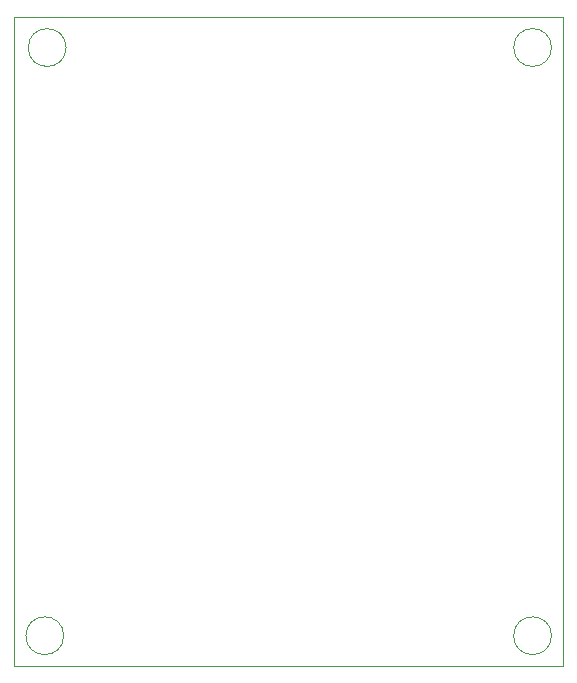
<source format=gbr>
G04 #@! TF.GenerationSoftware,KiCad,Pcbnew,6.0.0-unknown-ea0edab~86~ubuntu18.04.1*
G04 #@! TF.CreationDate,2019-07-07T14:50:01+02:00*
G04 #@! TF.ProjectId,interface,696e7465-7266-4616-9365-2e6b69636164,rev?*
G04 #@! TF.SameCoordinates,Original*
G04 #@! TF.FileFunction,Profile,NP*
%FSLAX46Y46*%
G04 Gerber Fmt 4.6, Leading zero omitted, Abs format (unit mm)*
G04 Created by KiCad (PCBNEW 6.0.0-unknown-ea0edab~86~ubuntu18.04.1) date 2019-07-07 14:50:01*
%MOMM*%
%LPD*%
G04 APERTURE LIST*
%ADD10C,0.050000*%
G04 APERTURE END LIST*
D10*
X127000000Y-67600000D02*
G75*
G03X127000000Y-67600000I-1600000J0D01*
G01*
X127000000Y-117400000D02*
G75*
G03X127000000Y-117400000I-1600000J0D01*
G01*
X85700000Y-117400000D02*
G75*
G03X85700000Y-117400000I-1600000J0D01*
G01*
X81500000Y-65000000D02*
X81500000Y-120000000D01*
X128000000Y-65000000D02*
X81500000Y-65000000D01*
X128000000Y-120000000D02*
X128000000Y-65000000D01*
X81500000Y-120000000D02*
X128000000Y-120000000D01*
X85900000Y-67600000D02*
G75*
G03X85900000Y-67600000I-1600000J0D01*
G01*
M02*

</source>
